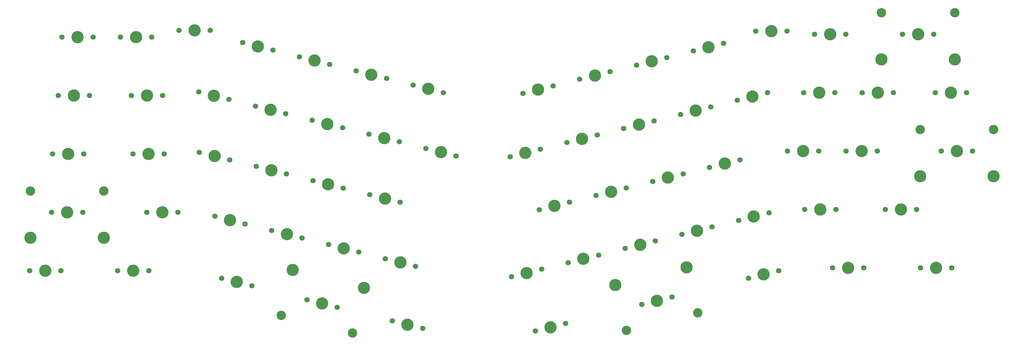
<source format=gbr>
%TF.GenerationSoftware,KiCad,Pcbnew,(5.1.7)-1*%
%TF.CreationDate,2021-08-08T11:48:13+10:00*%
%TF.ProjectId,ume,756d652e-6b69-4636-9164-5f7063625858,rev?*%
%TF.SameCoordinates,Original*%
%TF.FileFunction,NonPlated,1,2,NPTH,Drill*%
%TF.FilePolarity,Positive*%
%FSLAX46Y46*%
G04 Gerber Fmt 4.6, Leading zero omitted, Abs format (unit mm)*
G04 Created by KiCad (PCBNEW (5.1.7)-1) date 2021-08-08 11:48:13*
%MOMM*%
%LPD*%
G01*
G04 APERTURE LIST*
%TA.AperFunction,ComponentDrill*%
%ADD10C,1.750000*%
%TD*%
%TA.AperFunction,ComponentDrill*%
%ADD11C,3.048000*%
%TD*%
%TA.AperFunction,ComponentDrill*%
%ADD12C,3.987800*%
%TD*%
%TA.AperFunction,ComponentDrill*%
%ADD13C,4.000000*%
%TD*%
G04 APERTURE END LIST*
D10*
%TO.C,SW22*%
X147546895Y-131559749D03*
X157405099Y-134017675D03*
%TO.C,SW29*%
X171319726Y-176753361D03*
X181177930Y-179211287D03*
%TO.C,SW30*%
X180342598Y-120103446D03*
X190200802Y-122561372D03*
%TO.C,SW5*%
X55620000Y-180700000D03*
X65780000Y-180700000D03*
%TO.C,SW44*%
X258374173Y-151541205D03*
X268232377Y-149083279D03*
%TO.C,SW47*%
X285882350Y-125049456D03*
X295740554Y-122591530D03*
%TO.C,SW54*%
X289494251Y-183120332D03*
X299352455Y-180662406D03*
%TO.C,SW19*%
X134351458Y-167536136D03*
X144209662Y-169994062D03*
%TO.C,SW16*%
X124890197Y-106277610D03*
X134748401Y-108735536D03*
%TO.C,SW25*%
X173624978Y-197017362D03*
X183483182Y-199475288D03*
%TO.C,SW28*%
X166273895Y-155862104D03*
X176132099Y-158320030D03*
%TO.C,SW60*%
X339620000Y-103500000D03*
X349780000Y-103500000D03*
%TO.C,SW62*%
X352220000Y-141600000D03*
X362380000Y-141600000D03*
%TO.C,SW42*%
X253086647Y-113593154D03*
X262944851Y-111135228D03*
%TO.C,SW34*%
X230429949Y-138875293D03*
X240288153Y-136417367D03*
%TO.C,SW58*%
X307820000Y-160650000D03*
X317980000Y-160650000D03*
%TO.C,SW14*%
X115867325Y-162927524D03*
X125725529Y-165385450D03*
%TO.C,SW61*%
X350320000Y-122550000D03*
X360480000Y-122550000D03*
%TO.C,SW26*%
X161858464Y-115494834D03*
X171716668Y-117952760D03*
%TO.C,SW27*%
X166031029Y-136168361D03*
X175889233Y-138626287D03*
%TO.C,SW11*%
X104220000Y-102300000D03*
X114380000Y-102300000D03*
%TO.C,SW20*%
X145837880Y-190111237D03*
X155696084Y-192569163D03*
%TO.C,SW43*%
X267398216Y-129658068D03*
X277256420Y-127200142D03*
%TO.C,SW36*%
X212381863Y-182641565D03*
X222240067Y-180183639D03*
%TO.C,SW46*%
X271570780Y-108984542D03*
X281428984Y-106526616D03*
%TO.C,SW12*%
X110578628Y-122342525D03*
X120436832Y-124800451D03*
%TO.C,SW1*%
X66120000Y-104500000D03*
X76280000Y-104500000D03*
%TO.C,SW59*%
X316890000Y-179700000D03*
X327050000Y-179700000D03*
%TO.C,SW18*%
X129305628Y-146644880D03*
X139163832Y-149102806D03*
%TO.C,SW23*%
X147789762Y-151253492D03*
X157647966Y-153711418D03*
%TO.C,SW8*%
X89220000Y-142600000D03*
X99380000Y-142600000D03*
%TO.C,SW2*%
X64920000Y-123550000D03*
X75080000Y-123550000D03*
%TO.C,SW3*%
X63020000Y-142600000D03*
X73180000Y-142600000D03*
%TO.C,SW38*%
X248914083Y-134266680D03*
X258772287Y-131808754D03*
%TO.C,SW51*%
X307470000Y-122550000D03*
X317630000Y-122550000D03*
%TO.C,SW35*%
X221405906Y-160758429D03*
X231264110Y-158300503D03*
%TO.C,SW57*%
X321270000Y-141600000D03*
X331430000Y-141600000D03*
%TO.C,SW53*%
X286318398Y-164207117D03*
X296176602Y-161749191D03*
%TO.C,SW65*%
X254811125Y-191694890D03*
X264669329Y-189236964D03*
%TO.C,SW32*%
X216118380Y-122810378D03*
X225976584Y-120352452D03*
%TO.C,SW21*%
X143374331Y-110886222D03*
X153232535Y-113344148D03*
%TO.C,SW10*%
X84220000Y-180700000D03*
X94380000Y-180700000D03*
%TO.C,SW4*%
X62720000Y-161650000D03*
X72880000Y-161650000D03*
%TO.C,SW9*%
X93670000Y-161650000D03*
X103830000Y-161650000D03*
%TO.C,SW39*%
X239890040Y-156149817D03*
X249748244Y-153691891D03*
%TO.C,SW50*%
X291917490Y-102537231D03*
X302077490Y-102537231D03*
%TO.C,SW41*%
X220157284Y-200335063D03*
X230015488Y-197877137D03*
%TO.C,SW56*%
X326520000Y-122550000D03*
X336680000Y-122550000D03*
%TO.C,SW31*%
X184515162Y-140776973D03*
X194373366Y-143234899D03*
%TO.C,SW17*%
X129062761Y-126951137D03*
X138920965Y-129409063D03*
%TO.C,SW6*%
X85170000Y-104500000D03*
X95330000Y-104500000D03*
%TO.C,SW63*%
X334020000Y-160650000D03*
X344180000Y-160650000D03*
%TO.C,SW37*%
X234602513Y-118201766D03*
X244460717Y-115743840D03*
%TO.C,SW49*%
X267834264Y-168815729D03*
X277692468Y-166357803D03*
%TO.C,SW40*%
X230865997Y-178032953D03*
X240724201Y-175575027D03*
%TO.C,SW55*%
X311020000Y-103500000D03*
X321180000Y-103500000D03*
%TO.C,SW13*%
X110821494Y-142036268D03*
X120679698Y-144494194D03*
%TO.C,SW52*%
X302220000Y-141600000D03*
X312380000Y-141600000D03*
%TO.C,SW15*%
X118050783Y-183105111D03*
X127908987Y-185563037D03*
%TO.C,SW24*%
X152835592Y-172144748D03*
X162693796Y-174602674D03*
%TO.C,SW64*%
X345470000Y-179700000D03*
X355630000Y-179700000D03*
%TO.C,SW33*%
X211945816Y-143483905D03*
X221804020Y-141025979D03*
%TO.C,SW7*%
X88720000Y-123550000D03*
X98880000Y-123550000D03*
%TO.C,SW45*%
X249350131Y-173424341D03*
X259208335Y-170966415D03*
%TO.C,SW48*%
X276858307Y-146932592D03*
X286716511Y-144474666D03*
D11*
%TO.C,REF\u002A\u002A*%
X345362000Y-134615000D03*
X369238000Y-134615000D03*
X249846661Y-200131506D03*
X273013442Y-194355379D03*
X332762000Y-96515000D03*
X356638000Y-96515000D03*
X137493767Y-195229652D03*
X160660548Y-201005779D03*
X55862000Y-154665000D03*
X79738000Y-154665000D03*
D12*
X345362000Y-149855000D03*
X369238000Y-149855000D03*
X246159771Y-185344199D03*
X269326552Y-179568072D03*
X332762000Y-111755000D03*
X356638000Y-111755000D03*
X141180657Y-180442345D03*
X164347438Y-186218472D03*
X55862000Y-169905000D03*
X79738000Y-169905000D03*
D13*
%TO.C,SW63*%
X339100000Y-160650000D03*
%TO.C,SW37*%
X239531615Y-116972803D03*
%TO.C,SW49*%
X272763366Y-167586766D03*
%TO.C,SW40*%
X235795099Y-176803990D03*
%TO.C,SW55*%
X316100000Y-103500000D03*
%TO.C,SW13*%
X115750596Y-143265231D03*
%TO.C,SW52*%
X307300000Y-141600000D03*
%TO.C,SW15*%
X122979885Y-184334074D03*
%TO.C,SW24*%
X157764694Y-173373711D03*
%TO.C,SW64*%
X350550000Y-179700000D03*
%TO.C,SW33*%
X216874918Y-142254942D03*
%TO.C,SW7*%
X93800000Y-123550000D03*
%TO.C,SW45*%
X254279233Y-172195378D03*
%TO.C,SW48*%
X281787409Y-145703629D03*
%TO.C,SW22*%
X152475997Y-132788712D03*
%TO.C,SW29*%
X176248828Y-177982324D03*
%TO.C,SW30*%
X185271700Y-121332409D03*
%TO.C,SW5*%
X60700000Y-180700000D03*
%TO.C,SW44*%
X263303275Y-150312242D03*
%TO.C,SW47*%
X290811452Y-123820493D03*
%TO.C,SW54*%
X294423353Y-181891369D03*
%TO.C,SW19*%
X139280560Y-168765099D03*
%TO.C,SW16*%
X129819299Y-107506573D03*
%TO.C,SW25*%
X178554080Y-198246325D03*
%TO.C,SW28*%
X171202997Y-157091067D03*
%TO.C,SW60*%
X344700000Y-103500000D03*
%TO.C,SW62*%
X357300000Y-141600000D03*
%TO.C,SW42*%
X258015749Y-112364191D03*
%TO.C,SW34*%
X235359051Y-137646330D03*
%TO.C,SW58*%
X312900000Y-160650000D03*
%TO.C,SW14*%
X120796427Y-164156487D03*
%TO.C,SW61*%
X355400000Y-122550000D03*
%TO.C,SW26*%
X166787566Y-116723797D03*
%TO.C,SW27*%
X170960131Y-137397324D03*
%TO.C,SW11*%
X109300000Y-102300000D03*
%TO.C,SW20*%
X150766982Y-191340200D03*
%TO.C,SW43*%
X272327318Y-128429105D03*
%TO.C,SW36*%
X217310965Y-181412602D03*
%TO.C,SW46*%
X276499882Y-107755579D03*
%TO.C,SW12*%
X115507730Y-123571488D03*
%TO.C,SW1*%
X71200000Y-104500000D03*
%TO.C,SW59*%
X321970000Y-179700000D03*
%TO.C,SW18*%
X134234730Y-147873843D03*
%TO.C,SW23*%
X152718864Y-152482455D03*
%TO.C,SW8*%
X94300000Y-142600000D03*
%TO.C,SW2*%
X70000000Y-123550000D03*
%TO.C,SW3*%
X68100000Y-142600000D03*
%TO.C,SW38*%
X253843185Y-133037717D03*
%TO.C,SW51*%
X312550000Y-122550000D03*
%TO.C,SW35*%
X226335008Y-159529466D03*
%TO.C,SW57*%
X326350000Y-141600000D03*
%TO.C,SW53*%
X291247500Y-162978154D03*
%TO.C,SW65*%
X259740227Y-190465927D03*
%TO.C,SW32*%
X221047482Y-121581415D03*
%TO.C,SW21*%
X148303433Y-112115185D03*
%TO.C,SW10*%
X89300000Y-180700000D03*
%TO.C,SW4*%
X67800000Y-161650000D03*
%TO.C,SW9*%
X98750000Y-161650000D03*
%TO.C,SW39*%
X244819142Y-154920854D03*
%TO.C,SW50*%
X296997490Y-102537231D03*
%TO.C,SW41*%
X225086386Y-199106100D03*
%TO.C,SW56*%
X331600000Y-122550000D03*
%TO.C,SW31*%
X189444264Y-142005936D03*
%TO.C,SW17*%
X133991863Y-128180100D03*
%TO.C,SW6*%
X90250000Y-104500000D03*
M02*

</source>
